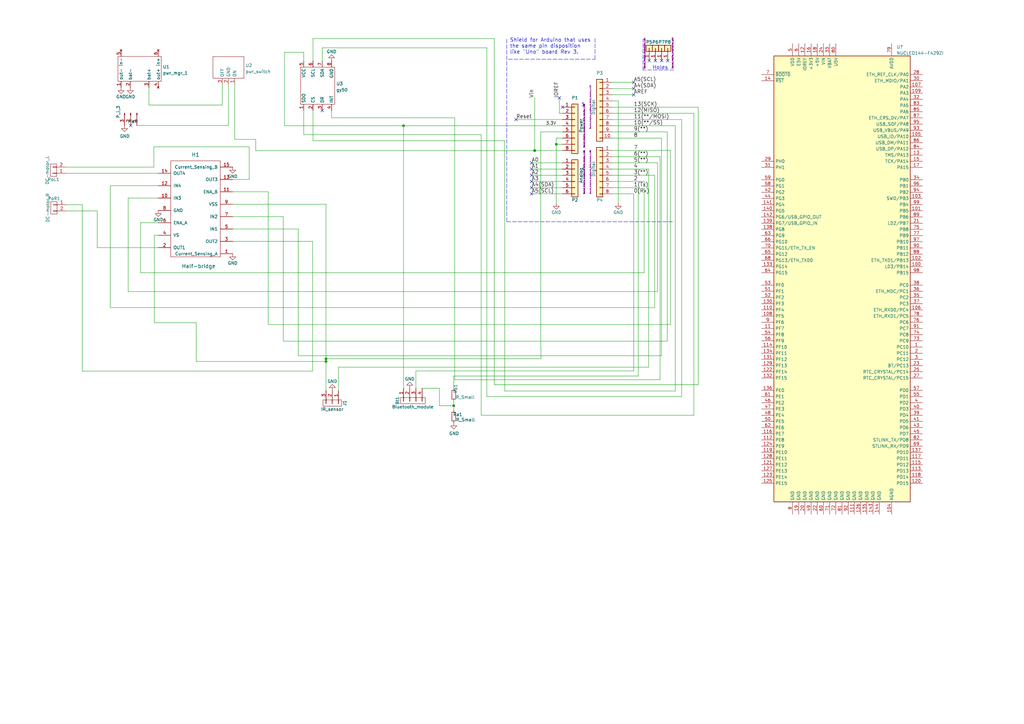
<source format=kicad_sch>
(kicad_sch (version 20211123) (generator eeschema)
  (paper "A3")
  (title_block (date "lun. 18 helm 2022"))
  (lib_symbols
    (symbol "Connector:Conn_01x03_Male" (pin_names (offset 1.016) hide)
      (property "Reference" "P_i_3" (at -4.7752 -3.9116 0))
      (property "Value" "PWR" (at 3.4544 3.048 90))
      (symbol "Conn_01x03_Male_1_1"
        (polyline (pts (xy 1.27 -2.54) (xy 0.8636 -2.54)) (stroke (width 0.1524)))
        (polyline (pts (xy 1.27 0) (xy 0.8636 0)) (stroke (width 0.1524)))
        (polyline (pts (xy 1.27 2.54) (xy 0.8636 2.54)) (stroke (width 0.1524)))
        (rectangle (start 0.8636 -2.413) (end 0 -2.667) (stroke (width 0.1524)) (fill (type outline)))
        (rectangle (start 0.8636 0.127) (end 0 -0.127) (stroke (width 0.1524)) (fill (type outline)))
        (rectangle (start 0.8636 2.667) (end 0 2.413) (stroke (width 0.1524)) (fill (type outline)))
        (pin passive line (at 5.08 2.54 180) (length 3.81) (name "Pin_1") (number "1"))
        (pin passive line (at 5.08 0 180) (length 3.81) (name "Pin_2") (number "2"))
        (pin bidirectional line (at 5.08 -2.54 180) (length 3.81) (name "Pin_3") (number "3"))
      )
    )
    (symbol "Connector_Generic:Conn_01x01" (pin_names (offset 1.016) hide)
      (property "Reference" "J" (at 0 2.54 0))
      (property "Value" "Conn_01x01" (at 0 -2.54 0))
      (symbol "Conn_01x01_1_1"
        (rectangle (start -1.27 0.127) (end 0 -0.127) (stroke (width 0.1524)))
        (rectangle (start -1.27 1.27) (end 1.27 -1.27) (stroke (width 0.254)) (fill (type background)))
        (pin passive line (at -5.08 0 0) (length 3.81) (name "Pin_1") (number "1"))
      )
    )
    (symbol "Connector_Generic:Conn_01x06" (pin_names (offset 1.016) hide)
      (property "Reference" "J" (at 0 7.62 0))
      (property "Value" "Conn_01x06" (at 0 -10.16 0))
      (symbol "Conn_01x06_1_1"
        (rectangle (start -1.27 -7.493) (end 0 -7.747) (stroke (width 0.1524)))
        (rectangle (start -1.27 -4.953) (end 0 -5.207) (stroke (width 0.1524)))
        (rectangle (start -1.27 -2.413) (end 0 -2.667) (stroke (width 0.1524)))
        (rectangle (start -1.27 0.127) (end 0 -0.127) (stroke (width 0.1524)))
        (rectangle (start -1.27 2.667) (end 0 2.413) (stroke (width 0.1524)))
        (rectangle (start -1.27 5.207) (end 0 4.953) (stroke (width 0.1524)))
        (rectangle (start -1.27 6.35) (end 1.27 -8.89) (stroke (width 0.254)) (fill (type background)))
        (pin passive line (at -5.08 5.08 0) (length 3.81) (name "Pin_1") (number "1"))
        (pin passive line (at -5.08 2.54 0) (length 3.81) (name "Pin_2") (number "2"))
        (pin passive line (at -5.08 0 0) (length 3.81) (name "Pin_3") (number "3"))
        (pin passive line (at -5.08 -2.54 0) (length 3.81) (name "Pin_4") (number "4"))
        (pin passive line (at -5.08 -5.08 0) (length 3.81) (name "Pin_5") (number "5"))
        (pin passive line (at -5.08 -7.62 0) (length 3.81) (name "Pin_6") (number "6"))
      )
    )
    (symbol "Connector_Generic:Conn_01x08" (pin_names (offset 1.016) hide)
      (property "Reference" "J" (at 0 10.16 0))
      (property "Value" "Conn_01x08" (at 0 -12.7 0))
      (symbol "Conn_01x08_1_1"
        (rectangle (start -1.27 -10.033) (end 0 -10.287) (stroke (width 0.1524)))
        (rectangle (start -1.27 -7.493) (end 0 -7.747) (stroke (width 0.1524)))
        (rectangle (start -1.27 -4.953) (end 0 -5.207) (stroke (width 0.1524)))
        (rectangle (start -1.27 -2.413) (end 0 -2.667) (stroke (width 0.1524)))
        (rectangle (start -1.27 0.127) (end 0 -0.127) (stroke (width 0.1524)))
        (rectangle (start -1.27 2.667) (end 0 2.413) (stroke (width 0.1524)))
        (rectangle (start -1.27 5.207) (end 0 4.953) (stroke (width 0.1524)))
        (rectangle (start -1.27 7.747) (end 0 7.493) (stroke (width 0.1524)))
        (rectangle (start -1.27 8.89) (end 1.27 -11.43) (stroke (width 0.254)) (fill (type background)))
        (pin passive line (at -5.08 7.62 0) (length 3.81) (name "Pin_1") (number "1"))
        (pin passive line (at -5.08 5.08 0) (length 3.81) (name "Pin_2") (number "2"))
        (pin passive line (at -5.08 2.54 0) (length 3.81) (name "Pin_3") (number "3"))
        (pin passive line (at -5.08 0 0) (length 3.81) (name "Pin_4") (number "4"))
        (pin passive line (at -5.08 -2.54 0) (length 3.81) (name "Pin_5") (number "5"))
        (pin passive line (at -5.08 -5.08 0) (length 3.81) (name "Pin_6") (number "6"))
        (pin passive line (at -5.08 -7.62 0) (length 3.81) (name "Pin_7") (number "7"))
        (pin passive line (at -5.08 -10.16 0) (length 3.81) (name "Pin_8") (number "8"))
      )
    )
    (symbol "Connector_Generic:Conn_01x10" (pin_names (offset 1.016) hide)
      (property "Reference" "J" (at 0 12.7 0))
      (property "Value" "Conn_01x10" (at 0 -15.24 0))
      (symbol "Conn_01x10_1_1"
        (rectangle (start -1.27 -12.573) (end 0 -12.827) (stroke (width 0.1524)))
        (rectangle (start -1.27 -10.033) (end 0 -10.287) (stroke (width 0.1524)))
        (rectangle (start -1.27 -7.493) (end 0 -7.747) (stroke (width 0.1524)))
        (rectangle (start -1.27 -4.953) (end 0 -5.207) (stroke (width 0.1524)))
        (rectangle (start -1.27 -2.413) (end 0 -2.667) (stroke (width 0.1524)))
        (rectangle (start -1.27 0.127) (end 0 -0.127) (stroke (width 0.1524)))
        (rectangle (start -1.27 2.667) (end 0 2.413) (stroke (width 0.1524)))
        (rectangle (start -1.27 5.207) (end 0 4.953) (stroke (width 0.1524)))
        (rectangle (start -1.27 7.747) (end 0 7.493) (stroke (width 0.1524)))
        (rectangle (start -1.27 10.287) (end 0 10.033) (stroke (width 0.1524)))
        (rectangle (start -1.27 11.43) (end 1.27 -13.97) (stroke (width 0.254)) (fill (type background)))
        (pin passive line (at -5.08 10.16 0) (length 3.81) (name "Pin_1") (number "1"))
        (pin passive line (at -5.08 -12.7 0) (length 3.81) (name "Pin_10") (number "10"))
        (pin passive line (at -5.08 7.62 0) (length 3.81) (name "Pin_2") (number "2"))
        (pin passive line (at -5.08 5.08 0) (length 3.81) (name "Pin_3") (number "3"))
        (pin passive line (at -5.08 2.54 0) (length 3.81) (name "Pin_4") (number "4"))
        (pin passive line (at -5.08 0 0) (length 3.81) (name "Pin_5") (number "5"))
        (pin passive line (at -5.08 -2.54 0) (length 3.81) (name "Pin_6") (number "6"))
        (pin passive line (at -5.08 -5.08 0) (length 3.81) (name "Pin_7") (number "7"))
        (pin passive line (at -5.08 -7.62 0) (length 3.81) (name "Pin_8") (number "8"))
        (pin passive line (at -5.08 -10.16 0) (length 3.81) (name "Pin_9") (number "9"))
      )
    )
    (symbol "MCU_Module:NUCLEO144-F429ZI"
      (property "Reference" "U" (at -22.86 94.615 0))
      (property "Value" "NUCLEO144-F429ZI" (at -22.86 92.71 0))
      (symbol "NUCLEO144-F429ZI_0_1"
        (rectangle (start -27.94 -91.44) (end 27.94 91.44) (stroke (width 0.254)) (fill (type background)))
      )
      (symbol "NUCLEO144-F429ZI_1_1"
        (pin bidirectional line (at 33.02 -27.94 180) (length 5.08) (name "PC10") (number "1"))
        (pin no_connect line (at -33.02 55.88 0) (length 5.08) hide (name "NC") (number "10"))
        (pin bidirectional line (at 33.02 5.08 180) (length 5.08) (name "LD3/PB14") (number "100"))
        (pin bidirectional line (at 33.02 27.94 180) (length 5.08) (name "PB5") (number "101"))
        (pin bidirectional line (at 33.02 7.62 180) (length 5.08) (name "ETH_TXD1/PB13") (number "102"))
        (pin bidirectional line (at 33.02 33.02 180) (length 5.08) (name "SWO/PB3") (number "103"))
        (pin power_in line (at 20.32 -96.52 90) (length 5.08) (name "AGND") (number "104"))
        (pin bidirectional line (at 33.02 58.42 180) (length 5.08) (name "USB_ID/PA10") (number "105"))
        (pin bidirectional line (at 33.02 -12.7 180) (length 5.08) (name "ETH_RXD0/PC4") (number "106"))
        (pin bidirectional line (at 33.02 78.74 180) (length 5.08) (name "PA2") (number "107"))
        (pin bidirectional line (at -33.02 -15.24 0) (length 5.08) (name "PF5") (number "108"))
        (pin bidirectional line (at 33.02 76.2 180) (length 5.08) (name "PA3") (number "109"))
        (pin bidirectional line (at -33.02 -20.32 0) (length 5.08) (name "PF7") (number "11"))
        (pin bidirectional line (at -33.02 -12.7 0) (length 5.08) (name "PF4") (number "110"))
        (pin power_in line (at 5.08 -96.52 90) (length 5.08) (name "GND") (number "111"))
        (pin bidirectional line (at -33.02 -66.04 0) (length 5.08) (name "PE8") (number "112"))
        (pin bidirectional line (at 33.02 -78.74 180) (length 5.08) (name "PD13") (number "113"))
        (pin bidirectional line (at -33.02 -27.94 0) (length 5.08) (name "PF10") (number "114"))
        (pin bidirectional line (at 33.02 -76.2 180) (length 5.08) (name "PD12") (number "115"))
        (pin bidirectional line (at -33.02 -63.5 0) (length 5.08) (name "PE7") (number "116"))
        (pin bidirectional line (at 33.02 -73.66 180) (length 5.08) (name "PD11") (number "117"))
        (pin bidirectional line (at 33.02 -81.28 180) (length 5.08) (name "PD14") (number "118"))
        (pin bidirectional line (at -33.02 -71.12 0) (length 5.08) (name "PE10") (number "119"))
        (pin power_in line (at -15.24 96.52 270) (length 5.08) (name "IOREF") (number "12"))
        (pin bidirectional line (at 33.02 -83.82 180) (length 5.08) (name "PD15") (number "120"))
        (pin bidirectional line (at -33.02 -76.2 0) (length 5.08) (name "PE12") (number "121"))
        (pin bidirectional line (at -33.02 -38.1 0) (length 5.08) (name "PF14") (number "122"))
        (pin bidirectional line (at -33.02 -81.28 0) (length 5.08) (name "PE14") (number "123"))
        (pin bidirectional line (at -33.02 -68.58 0) (length 5.08) (name "PE9") (number "124"))
        (pin bidirectional line (at -33.02 -83.82 0) (length 5.08) (name "PE15") (number "125"))
        (pin power_in line (at 7.62 -96.52 90) (length 5.08) (name "GND") (number "126"))
        (pin bidirectional line (at -33.02 -78.74 0) (length 5.08) (name "PE13") (number "127"))
        (pin bidirectional line (at -33.02 -73.66 0) (length 5.08) (name "PE11") (number "128"))
        (pin bidirectional line (at -33.02 -35.56 0) (length 5.08) (name "PF13") (number "129"))
        (pin bidirectional line (at 33.02 50.8 180) (length 5.08) (name "TMS/PA13") (number "13"))
        (pin bidirectional line (at -33.02 -10.16 0) (length 5.08) (name "PF3") (number "130"))
        (pin bidirectional line (at -33.02 -33.02 0) (length 5.08) (name "PF12") (number "131"))
        (pin bidirectional line (at -33.02 -40.64 0) (length 5.08) (name "PF15") (number "132"))
        (pin bidirectional line (at -33.02 5.08 0) (length 5.08) (name "PG14") (number "133"))
        (pin bidirectional line (at -33.02 -30.48 0) (length 5.08) (name "PF11") (number "134"))
        (pin power_in line (at 10.16 -96.52 90) (length 5.08) (name "GND") (number "135"))
        (pin bidirectional line (at -33.02 -45.72 0) (length 5.08) (name "PE0") (number "136"))
        (pin bidirectional line (at 33.02 -71.12 180) (length 5.08) (name "PD10") (number "137"))
        (pin bidirectional line (at -33.02 20.32 0) (length 5.08) (name "PG8") (number "138"))
        (pin bidirectional line (at -33.02 22.86 0) (length 5.08) (name "PG7/USB_GPIO_IN") (number "139"))
        (pin input line (at -33.02 81.28 0) (length 5.08) (name "~{RST}") (number "14"))
        (pin bidirectional line (at -33.02 27.94 0) (length 5.08) (name "PG5") (number "140"))
        (pin bidirectional line (at -33.02 30.48 0) (length 5.08) (name "PG4") (number "141"))
        (pin bidirectional line (at -33.02 25.4 0) (length 5.08) (name "PG6/USB_GPIO_OUT") (number "142"))
        (pin power_in line (at 12.7 -96.52 90) (length 5.08) (name "GND") (number "143"))
        (pin power_in line (at 15.24 -96.52 90) (length 5.08) (name "GND") (number "144"))
        (pin bidirectional line (at 33.02 48.26 180) (length 5.08) (name "TCK/PA14") (number "15"))
        (pin power_in line (at -12.7 96.52 270) (length 5.08) (name "+3V3") (number "16"))
        (pin bidirectional line (at 33.02 45.72 180) (length 5.08) (name "PA15") (number "17"))
        (pin power_in line (at -10.16 96.52 270) (length 5.08) (name "+5V") (number "18"))
        (pin power_in line (at -17.78 -96.52 90) (length 5.08) (name "GND") (number "19"))
        (pin bidirectional line (at 33.02 -30.48 180) (length 5.08) (name "PC11") (number "2"))
        (pin power_in line (at -15.24 -96.52 90) (length 5.08) (name "GND") (number "20"))
        (pin bidirectional line (at 33.02 22.86 180) (length 5.08) (name "LD2/PB7") (number "21"))
        (pin power_in line (at -10.16 -96.52 90) (length 5.08) (name "GND") (number "22"))
        (pin bidirectional line (at 33.02 -35.56 180) (length 5.08) (name "BT/PC13") (number "23"))
        (pin power_in line (at -7.62 96.52 270) (length 5.08) (name "VIN") (number "24"))
        (pin bidirectional line (at 33.02 -38.1 180) (length 5.08) (name "RTC_CRYSTAL/PC14") (number "25"))
        (pin no_connect line (at -33.02 58.42 0) (length 5.08) hide (name "NC") (number "26"))
        (pin bidirectional line (at 33.02 -40.64 180) (length 5.08) (name "RTC_CRYSTAL/PC15") (number "27"))
        (pin bidirectional line (at 33.02 83.82 180) (length 5.08) (name "ETH_REF_CLK/PA0") (number "28"))
        (pin bidirectional line (at -33.02 48.26 0) (length 5.08) (name "PH0") (number "29"))
        (pin bidirectional line (at 33.02 -33.02 180) (length 5.08) (name "PC12") (number "3"))
        (pin bidirectional line (at 33.02 81.28 180) (length 5.08) (name "ETH_MDIO/PA1") (number "30"))
        (pin bidirectional line (at -33.02 45.72 0) (length 5.08) (name "PH1") (number "31"))
        (pin bidirectional line (at 33.02 73.66 180) (length 5.08) (name "PA4") (number "32"))
        (pin power_in line (at -5.08 96.52 270) (length 5.08) (name "VBAT") (number "33"))
        (pin bidirectional line (at 33.02 40.64 180) (length 5.08) (name "PB0") (number "34"))
        (pin bidirectional line (at 33.02 -7.62 180) (length 5.08) (name "PC2") (number "35"))
        (pin bidirectional line (at 33.02 -5.08 180) (length 5.08) (name "ETH_MDC/PC1") (number "36"))
        (pin bidirectional line (at 33.02 -10.16 180) (length 5.08) (name "PC3") (number "37"))
        (pin bidirectional line (at 33.02 -2.54 180) (length 5.08) (name "PC0") (number "38"))
        (pin bidirectional line (at 33.02 -55.88 180) (length 5.08) (name "PD4") (number "39"))
        (pin bidirectional line (at 33.02 -50.8 180) (length 5.08) (name "PD2") (number "4"))
        (pin bidirectional line (at 33.02 -53.34 180) (length 5.08) (name "PD3") (number "40"))
        (pin bidirectional line (at 33.02 -58.42 180) (length 5.08) (name "PD5") (number "41"))
        (pin bidirectional line (at -33.02 35.56 0) (length 5.08) (name "PG2") (number "42"))
        (pin bidirectional line (at 33.02 -60.96 180) (length 5.08) (name "PD6") (number "43"))
        (pin bidirectional line (at -33.02 33.02 0) (length 5.08) (name "PG3") (number "44"))
        (pin bidirectional line (at 33.02 -63.5 180) (length 5.08) (name "PD7") (number "45"))
        (pin bidirectional line (at -33.02 -50.8 0) (length 5.08) (name "PE2") (number "46"))
        (pin bidirectional line (at -33.02 -53.34 0) (length 5.08) (name "PE3") (number "47"))
        (pin bidirectional line (at -33.02 -55.88 0) (length 5.08) (name "PE4") (number "48"))
        (pin power_in line (at -12.7 -96.52 90) (length 5.08) (name "GND") (number "49"))
        (pin power_in line (at -20.32 96.52 270) (length 5.08) (name "VDD") (number "5"))
        (pin bidirectional line (at -33.02 -58.42 0) (length 5.08) (name "PE5") (number "50"))
        (pin bidirectional line (at -33.02 -5.08 0) (length 5.08) (name "PF1") (number "51"))
        (pin bidirectional line (at -33.02 -7.62 0) (length 5.08) (name "PF2") (number "52"))
        (pin bidirectional line (at -33.02 -2.54 0) (length 5.08) (name "PF0") (number "53"))
        (pin bidirectional line (at -33.02 -22.86 0) (length 5.08) (name "PF8") (number "54"))
        (pin bidirectional line (at 33.02 -48.26 180) (length 5.08) (name "PD1") (number "55"))
        (pin bidirectional line (at -33.02 -25.4 0) (length 5.08) (name "PF9") (number "56"))
        (pin bidirectional line (at 33.02 -45.72 180) (length 5.08) (name "PD0") (number "57"))
        (pin bidirectional line (at -33.02 38.1 0) (length 5.08) (name "PG1") (number "58"))
        (pin bidirectional line (at -33.02 40.64 0) (length 5.08) (name "PG0") (number "59"))
        (pin power_in line (at -17.78 96.52 270) (length 5.08) (name "E5V") (number "6"))
        (pin power_in line (at -7.62 -96.52 90) (length 5.08) (name "GND") (number "60"))
        (pin bidirectional line (at -33.02 -48.26 0) (length 5.08) (name "PE1") (number "61"))
        (pin bidirectional line (at -33.02 -60.96 0) (length 5.08) (name "PE6") (number "62"))
        (pin bidirectional line (at -33.02 17.78 0) (length 5.08) (name "PG9") (number "63"))
        (pin bidirectional line (at -33.02 2.54 0) (length 5.08) (name "PG15") (number "64"))
        (pin bidirectional line (at -33.02 10.16 0) (length 5.08) (name "PG12") (number "65"))
        (pin bidirectional line (at -33.02 15.24 0) (length 5.08) (name "PG10") (number "66"))
        (pin no_connect line (at -33.02 53.34 0) (length 5.08) hide (name "NC") (number "67"))
        (pin bidirectional line (at -33.02 7.62 0) (length 5.08) (name "PG13/ETH_TXD0") (number "68"))
        (pin bidirectional line (at 33.02 -68.58 180) (length 5.08) (name "STLINK_RX/PD9") (number "69"))
        (pin input line (at -33.02 83.82 0) (length 5.08) (name "~{BOOT0}") (number "7"))
        (pin bidirectional line (at -33.02 12.7 0) (length 5.08) (name "PG11/ETH_TX_EN") (number "70"))
        (pin power_in line (at -5.08 -96.52 90) (length 5.08) (name "GND") (number "71"))
        (pin power_in line (at -2.54 -96.52 90) (length 5.08) (name "GND") (number "72"))
        (pin bidirectional line (at 33.02 -25.4 180) (length 5.08) (name "PC9") (number "73"))
        (pin bidirectional line (at 33.02 -22.86 180) (length 5.08) (name "PC8") (number "74"))
        (pin bidirectional line (at 33.02 20.32 180) (length 5.08) (name "PB8") (number "75"))
        (pin bidirectional line (at 33.02 -17.78 180) (length 5.08) (name "PC6") (number "76"))
        (pin bidirectional line (at 33.02 17.78 180) (length 5.08) (name "PB9") (number "77"))
        (pin bidirectional line (at 33.02 -15.24 180) (length 5.08) (name "ETH_RXD1/PC5") (number "78"))
        (pin power_in line (at 20.32 96.52 270) (length 5.08) (name "AVDD") (number "79"))
        (pin power_in line (at -20.32 -96.52 90) (length 5.08) (name "GND") (number "8"))
        (pin power_in line (at -2.54 96.52 270) (length 5.08) (name "U5V") (number "80"))
        (pin power_in line (at 0 -96.52 90) (length 5.08) (name "GND") (number "81"))
        (pin bidirectional line (at 33.02 -66.04 180) (length 5.08) (name "STLINK_TX/PD8") (number "82"))
        (pin bidirectional line (at 33.02 71.12 180) (length 5.08) (name "PA5") (number "83"))
        (pin bidirectional line (at 33.02 53.34 180) (length 5.08) (name "USB_DP/PA12") (number "84"))
        (pin bidirectional line (at 33.02 68.58 180) (length 5.08) (name "PA6") (number "85"))
        (pin bidirectional line (at 33.02 55.88 180) (length 5.08) (name "USB_DM/PA11") (number "86"))
        (pin bidirectional line (at 33.02 66.04 180) (length 5.08) (name "ETH_CRS_DV/PA7") (number "87"))
        (pin bidirectional line (at 33.02 10.16 180) (length 5.08) (name "PB12") (number "88"))
        (pin bidirectional line (at 33.02 25.4 180) (length 5.08) (name "PB6") (number "89"))
        (pin bidirectional line (at -33.02 -17.78 0) (length 5.08) (name "PF6") (number "9"))
        (pin bidirectional line (at 33.02 12.7 180) (length 5.08) (name "PB11") (number "90"))
        (pin bidirectional line (at 33.02 -20.32 180) (length 5.08) (name "PC7") (number "91"))
        (pin power_in line (at 2.54 -96.52 90) (length 5.08) (name "GND") (number "92"))
        (pin bidirectional line (at 33.02 60.96 180) (length 5.08) (name "USB_VBUS/PA9") (number "93"))
        (pin bidirectional line (at 33.02 35.56 180) (length 5.08) (name "PB2") (number "94"))
        (pin bidirectional line (at 33.02 63.5 180) (length 5.08) (name "USB_SOF/PA8") (number "95"))
        (pin bidirectional line (at 33.02 38.1 180) (length 5.08) (name "PB1") (number "96"))
        (pin bidirectional line (at 33.02 15.24 180) (length 5.08) (name "PB10") (number "97"))
        (pin bidirectional line (at 33.02 2.54 180) (length 5.08) (name "PB15") (number "98"))
        (pin bidirectional line (at 33.02 30.48 180) (length 5.08) (name "PB4") (number "99"))
      )
    )
    (symbol "ardu_auto2_0-rescue:CONN_01X02-Arduino_shield-rescue" (pin_names (offset 1.016) hide)
      (property "Reference" "J" (at 0 3.81 0))
      (property "Value" "CONN_01X02-Arduino_shield-rescue" (at 2.54 0 90))
      (symbol "CONN_01X02-Arduino_shield-rescue_0_1"
        (rectangle (start -1.27 -1.143) (end 0.254 -1.397))
        (rectangle (start -1.27 1.397) (end 0.254 1.143))
        (rectangle (start -1.27 2.54) (end 1.27 -2.54))
      )
      (symbol "CONN_01X02-Arduino_shield-rescue_1_1"
        (pin passive line (at -5.08 1.27 0) (length 3.81) (name "P1") (number "1"))
        (pin passive line (at -5.08 -1.27 0) (length 3.81) (name "P2") (number "2"))
      )
    )
    (symbol "ardu_auto2_0-rescue:CONN_01X03-Arduino_shield-rescue" (pin_names (offset 1.016) hide)
      (property "Reference" "J" (at 0 5.08 0))
      (property "Value" "CONN_01X03-Arduino_shield-rescue" (at 2.54 0 90))
      (symbol "CONN_01X03-Arduino_shield-rescue_0_1"
        (rectangle (start -1.27 -2.413) (end 0.254 -2.667))
        (rectangle (start -1.27 0.127) (end 0.254 -0.127))
        (rectangle (start -1.27 2.667) (end 0.254 2.413))
        (rectangle (start -1.27 3.81) (end 1.27 -3.81))
      )
      (symbol "CONN_01X03-Arduino_shield-rescue_1_1"
        (pin passive line (at -5.08 2.54 0) (length 3.81) (name "P1") (number "1"))
        (pin passive line (at -5.08 0 0) (length 3.81) (name "P2") (number "2"))
        (pin passive line (at -5.08 -2.54 0) (length 3.81) (name "P3") (number "3"))
      )
    )
    (symbol "ardu_auto2_0-rescue:CONN_01X04-Arduino_shield-rescue" (pin_names (offset 1.016) hide)
      (property "Reference" "J" (at 0 6.35 0))
      (property "Value" "CONN_01X04-Arduino_shield-rescue" (at 2.54 0 90))
      (symbol "CONN_01X04-Arduino_shield-rescue_0_1"
        (rectangle (start -1.27 -3.683) (end 0.254 -3.937))
        (rectangle (start -1.27 -1.143) (end 0.254 -1.397))
        (rectangle (start -1.27 1.397) (end 0.254 1.143))
        (rectangle (start -1.27 3.937) (end 0.254 3.683))
        (rectangle (start -1.27 5.08) (end 1.27 -5.08))
      )
      (symbol "CONN_01X04-Arduino_shield-rescue_1_1"
        (pin passive line (at -5.08 3.81 0) (length 3.81) (name "P1") (number "1"))
        (pin passive line (at -5.08 1.27 0) (length 3.81) (name "P2") (number "2"))
        (pin passive line (at -5.08 -1.27 0) (length 3.81) (name "P3") (number "3"))
        (pin passive line (at -5.08 -3.81 0) (length 3.81) (name "P4") (number "4"))
      )
    )
    (symbol "ardu_auto2_0-rescue:GND-Arduino_shield-rescue" (power) (pin_names (offset 0))
      (property "Value" "GND-Arduino_shield-rescue" (at 0 -3.81 0))
      (symbol "GND-Arduino_shield-rescue_0_1"
        (polyline (pts (xy 0 0) (xy 0 -1.27) (xy 1.27 -1.27) (xy 0 -2.54) (xy -1.27 -1.27) (xy 0 -1.27)))
      )
      (symbol "GND-Arduino_shield-rescue_1_1"
        (pin power_in line (at 0 0 270) (length 0) hide (name "GND") (number "1"))
      )
    )
    (symbol "ardu_auto2_0-rescue:Half-bridge-Arduino_shield-rescue" (pin_names (offset 1.016))
      (property "Reference" "U" (at -15.24 40.64 0))
      (property "Value" "Half-bridge-Arduino_shield-rescue" (at -13.97 -5.08 0))
      (symbol "Half-bridge-Arduino_shield-rescue_0_1"
        (rectangle (start -25.4 38.1) (end -5.08 -1.27))
      )
      (symbol "Half-bridge-Arduino_shield-rescue_1_1"
        (pin input line (at 0 0 180) (length 5.08) (name "Current_Sensing_A") (number "1"))
        (pin input line (at -30.48 22.86 0) (length 5.08) (name "IN3") (number "10"))
        (pin input line (at 0 25.4 180) (length 5.08) (name "ENA_B") (number "11"))
        (pin input line (at -30.48 27.94 0) (length 5.08) (name "IN4") (number "12"))
        (pin input line (at 0 30.48 180) (length 5.08) (name "OUT3") (number "13"))
        (pin input line (at -30.48 33.02 0) (length 5.08) (name "OUT4") (number "14"))
        (pin input line (at 0 35.56 180) (length 5.08) (name "Current_Sensing_B") (number "15"))
        (pin input line (at -30.48 2.54 0) (length 5.08) (name "OUT1") (number "2"))
        (pin input line (at 0 5.08 180) (length 5.08) (name "OUT2") (number "3"))
        (pin input line (at -30.48 7.62 0) (length 5.08) (name "VS") (number "4"))
        (pin input line (at 0 10.16 180) (length 5.08) (name "IN1") (number "5"))
        (pin input line (at -30.48 12.7 0) (length 5.08) (name "ENA_A") (number "6"))
        (pin input line (at 0 15.24 180) (length 5.08) (name "IN2") (number "7"))
        (pin input line (at -30.48 17.78 0) (length 5.08) (name "GND") (number "8"))
        (pin input line (at 0 20.32 180) (length 5.08) (name "VSS") (number "9"))
      )
    )
    (symbol "ardu_auto2_0-rescue:R_Small-Arduino_shield-rescue" (pin_numbers hide) (pin_names (offset 0.254) hide)
      (property "Reference" "R" (at 0.762 0.508 0))
      (property "Value" "R_Small-Arduino_shield-rescue" (at 0.762 -1.016 0))
      (symbol "R_Small-Arduino_shield-rescue_0_1"
        (rectangle (start -0.762 1.778) (end 0.762 -1.778) (stroke (width 0.2032)))
      )
      (symbol "R_Small-Arduino_shield-rescue_1_1"
        (pin passive line (at 0 2.54 270) (length 0.762) (name "~") (number "1"))
        (pin passive line (at 0 -2.54 90) (length 0.762) (name "~") (number "2"))
      )
    )
    (symbol "power:GND" (power) (pin_names (offset 0))
      (property "Value" "GND" (at 0 -3.81 0))
      (symbol "GND_0_1"
        (polyline (pts (xy 0 0) (xy 0 -1.27) (xy 1.27 -1.27) (xy 0 -2.54) (xy -1.27 -1.27) (xy 0 -1.27)))
      )
      (symbol "GND_1_1"
        (pin power_in line (at 0 0 270) (length 0) hide (name "GND") (number "1"))
      )
    )
    (symbol "pwr_mgr:gy50"
      (property "Reference" "U3" (at 13.335 10.9947 0))
      (property "Value" "gy50" (at 13.335 8.4578 0))
      (symbol "gy50_0_1"
        (rectangle (start -1.27 17.78) (end 12.7 2.54))
      )
      (symbol "gy50_1_1"
        (pin output line (at 0 0 90) (length 2.54) (name "SDO") (number "1"))
        (pin output line (at 3.81 0 90) (length 2.54) (name "CS") (number "2"))
        (pin output line (at 7.62 0 90) (length 2.54) (name "DR") (number "3"))
        (pin output line (at 11.43 0 90) (length 2.54) (name "INT") (number "4"))
        (pin input line (at 0 20.32 270) (length 2.54) (name "VCC") (number "5"))
        (pin input line (at 3.81 20.32 270) (length 2.54) (name "SCL") (number "6"))
        (pin bidirectional line (at 7.62 20.32 270) (length 2.54) (name "SDA") (number "7"))
        (pin bidirectional line (at 11.43 20.32 270) (length 2.54) (name "GND") (number "8"))
      )
    )
    (symbol "pwr_mgr:pwr_mgr_1"
      (property "Reference" "U1" (at 17.145 8.4547 0))
      (property "Value" "pwr_mgr_1" (at 17.145 5.9178 0))
      (symbol "pwr_mgr_1_0_1"
        (rectangle (start -1.27 12.7) (end 16.51 2.54))
      )
      (symbol "pwr_mgr_1_1_1"
        (pin bidirectional line (at 0 0 90) (length 2.54) (name "out-") (number "1"))
        (pin power_out line (at 3.81 0 90) (length 2.54) (name "bat-") (number "2"))
        (pin output line (at 11.43 0 90) (length 2.54) (name "bat+") (number "3"))
        (pin no_connect line (at 15.24 0 90) (length 2.54) (name "out+") (number "4"))
        (pin no_connect line (at 0 15.24 270) (length 2.54) (name "in-") (number "5"))
        (pin no_connect line (at 15.24 15.24 270) (length 2.54) (name "in+") (number "6"))
      )
    )
    (symbol "pwr_mgr:pwr_switch"
      (property "Reference" "U" (at 0 -10.16 0))
      (property "Value" "pwr_switch" (at 0 -7.62 0))
      (symbol "pwr_switch_0_1"
        (rectangle (start -6.35 -2.54) (end 6.35 -11.43))
      )
      (symbol "pwr_switch_1_1"
        (pin input line (at -2.54 0 270) (length 2.54) (name "ON") (number "1"))
        (pin input line (at 0 0 270) (length 2.54) (name "GND") (number "2"))
        (pin input line (at 2.54 0 270) (length 2.54) (name "OFF") (number "3"))
      )
    )
  )
  (junction (at 219.2782 61.7728))
  (junction (at 165.5064 51.562))
  (junction (at 228.1682 59.182))
  (junction (at 133.7056 148.2598))
  (junction (at 219.2782 61.722))
  (junction (at 133.7056 147.1676))
  (junction (at 186.1058 166.3954))
  (no_connect (at 211.6582 49.022))
  (no_connect (at 271.3482 24.892))
  (no_connect (at 273.8882 24.892))
  (no_connect (at 266.2682 24.892))
  (no_connect (at 259.9182 38.862))
  (no_connect (at 218.0082 66.802))
  (no_connect (at 218.0082 76.962))
  (no_connect (at 230.7082 43.942))
  (no_connect (at 132.1816 45.3136))
  (no_connect (at 259.9182 36.322))
  (no_connect (at 218.0082 69.342))
  (no_connect (at 259.9182 33.782))
  (no_connect (at 229.4382 40.132))
  (no_connect (at 268.8082 24.892))
  (no_connect (at 218.0082 71.882))
  (no_connect (at 218.0082 79.502))
  (no_connect (at 218.0082 74.422))
  (no_connect (at 53.594 51.4604))
  (wire (pts (xy 230.7082 79.502) (xy 218.0082 79.502)))
  (wire (pts (xy 91.1606 43.0784) (xy 61.087 43.0784)))
  (wire (pts (xy 251.0282 66.802) (xy 269.7226 66.802)))
  (wire (pts (xy 27.0256 71.0692) (xy 64.9478 71.0692)))
  (wire (pts (xy 230.7082 66.802) (xy 218.0082 66.802)))
  (wire (pts (xy 91.1606 34.6456) (xy 91.1606 43.0784)))
  (wire (pts (xy 52.5526 119.5832) (xy 269.7226 119.5832)))
  (wire (pts (xy 64.9478 101.5492) (xy 39.8526 101.5492)))
  (wire (pts (xy 219.2782 61.722) (xy 219.2782 61.7728)))
  (wire (pts (xy 116.6876 51.562) (xy 116.6876 21.463)))
  (wire (pts (xy 104.902 61.7728) (xy 219.2782 61.7728)))
  (wire (pts (xy 96.2406 57.1754) (xy 104.902 57.1754)))
  (wire (pts (xy 276.987 51.562) (xy 276.987 160.3756)))
  (wire (pts (xy 253.5682 41.402) (xy 253.5682 83.312)))
  (wire (pts (xy 261.7978 154.2288) (xy 186.1058 154.2288)))
  (wire (pts (xy 132.1816 19.6342) (xy 132.1816 24.9936)))
  (wire (pts (xy 116.6876 21.463) (xy 124.5616 21.463)))
  (wire (pts (xy 271.2974 56.642) (xy 271.2974 145.8976)))
  (wire (pts (xy 138.811 150.5712) (xy 266.0142 150.5712)))
  (wire (pts (xy 230.7082 76.962) (xy 218.0082 76.962)))
  (wire (pts (xy 228.1682 59.182) (xy 228.1682 83.312)))
  (wire (pts (xy 128.3716 57.7596) (xy 128.3716 45.3136)))
  (wire (pts (xy 52.5526 119.5832) (xy 52.5526 81.2292)))
  (wire (pts (xy 116.1542 139.9032) (xy 273.685 139.9032)))
  (wire (pts (xy 279.5778 49.022) (xy 279.5778 162.6362)))
  (wire (pts (xy 251.0282 43.942) (xy 286.385 43.942)))
  (wire (pts (xy 230.7082 56.642) (xy 228.1682 56.642)))
  (wire (pts (xy 80.4926 132.3848) (xy 80.4926 148.2598)))
  (wire (pts (xy 128.1938 99.0092) (xy 128.1938 152.1968)))
  (wire (pts (xy 251.0282 33.782) (xy 259.9182 33.782)))
  (wire (pts (xy 229.4382 46.482) (xy 230.7082 46.482)))
  (wire (pts (xy 261.7978 76.962) (xy 261.7978 154.2288)))
  (wire (pts (xy 170.5864 152.146) (xy 259.9182 152.146)))
  (wire (pts (xy 173.1264 159.2326) (xy 180.2384 159.2326)))
  (wire (pts (xy 251.0282 46.482) (xy 284.607 46.482)))
  (wire (pts (xy 270.7132 64.262) (xy 270.7132 155.7528)))
  (wire (pts (xy 228.1682 56.642) (xy 228.1682 59.182)))
  (wire (pts (xy 33.7312 83.9724) (xy 33.7312 152.1968)))
  (polyline (pts (xy 207.8482 16.002) (xy 207.8482 90.932)))
  (wire (pts (xy 109.982 133.096) (xy 274.9804 133.096)))
  (wire (pts (xy 186.1058 166.3954) (xy 180.2384 166.3954)))
  (wire (pts (xy 202.7174 15.7988) (xy 128.3716 15.7988)))
  (polyline (pts (xy 276.4282 28.702) (xy 263.7282 28.702)))
  (wire (pts (xy 124.5616 21.463) (xy 124.5616 24.9936)))
  (wire (pts (xy 186.4614 155.7528) (xy 186.4614 48.3362)))
  (wire (pts (xy 230.7082 69.342) (xy 218.0082 69.342)))
  (wire (pts (xy 197.3326 170.307) (xy 197.3326 55.1942)))
  (wire (pts (xy 284.607 46.482) (xy 284.607 170.307)))
  (wire (pts (xy 95.4278 99.0092) (xy 128.1938 99.0092)))
  (wire (pts (xy 63.3222 132.3848) (xy 80.4926 132.3848)))
  (wire (pts (xy 109.982 78.6892) (xy 95.4278 78.6892)))
  (wire (pts (xy 133.7056 147.1676) (xy 133.7056 148.2598)))
  (wire (pts (xy 57.6326 91.3892) (xy 64.9478 91.3892)))
  (wire (pts (xy 251.0282 49.022) (xy 279.5778 49.022)))
  (wire (pts (xy 251.0282 36.322) (xy 259.9182 36.322)))
  (wire (pts (xy 133.7056 83.7692) (xy 133.7056 147.1676)))
  (wire (pts (xy 229.4382 40.132) (xy 229.4382 46.482)))
  (wire (pts (xy 186.1058 166.3954) (xy 186.1058 168.3258)))
  (wire (pts (xy 230.7082 49.022) (xy 211.6582 49.022)))
  (wire (pts (xy 230.7082 61.722) (xy 219.2782 61.722)))
  (wire (pts (xy 180.2384 166.3954) (xy 180.2384 159.2326)))
  (wire (pts (xy 96.2406 34.6456) (xy 96.2406 57.1754)))
  (wire (pts (xy 251.0282 41.402) (xy 253.5682 41.402)))
  (wire (pts (xy 52.5526 81.2292) (xy 64.9478 81.2292)))
  (wire (pts (xy 63.3222 96.4692) (xy 63.3222 132.3848)))
  (wire (pts (xy 251.0282 51.562) (xy 276.987 51.562)))
  (wire (pts (xy 264.1854 74.422) (xy 264.1854 111.8616)))
  (polyline (pts (xy 207.8482 90.932) (xy 276.4282 90.932)))
  (wire (pts (xy 95.4278 83.7692) (xy 133.7056 83.7692)))
  (wire (pts (xy 271.2974 145.8976) (xy 122.3518 145.8976)))
  (wire (pts (xy 133.7056 160.2232) (xy 133.731 160.2232)))
  (wire (pts (xy 230.7082 59.182) (xy 228.1682 59.182)))
  (wire (pts (xy 268.4526 61.6966) (xy 274.9804 61.6966)))
  (wire (pts (xy 133.7056 148.2598) (xy 133.7056 160.2232)))
  (wire (pts (xy 116.1542 88.8492) (xy 95.4278 88.8492)))
  (wire (pts (xy 122.3518 93.9292) (xy 122.3518 145.8976)))
  (wire (pts (xy 219.2782 61.722) (xy 219.2782 40.132)))
  (wire (pts (xy 186.1058 164.4396) (xy 186.1058 166.3954)))
  (wire (pts (xy 266.0142 150.5712) (xy 266.0142 69.342)))
  (wire (pts (xy 165.5064 51.562) (xy 230.7082 51.562)))
  (wire (pts (xy 274.9804 61.6966) (xy 274.9804 133.096)))
  (wire (pts (xy 286.385 157.8102) (xy 202.7174 157.8102)))
  (wire (pts (xy 93.7006 51.4604) (xy 93.7006 34.6456)))
  (wire (pts (xy 230.7082 54.102) (xy 221.8182 54.102)))
  (wire (pts (xy 109.982 133.096) (xy 109.982 78.6892)))
  (wire (pts (xy 116.6876 51.562) (xy 165.5064 51.562)))
  (wire (pts (xy 259.9182 152.146) (xy 259.9182 79.502)))
  (wire (pts (xy 279.5778 162.6362) (xy 199.6948 162.6362)))
  (wire (pts (xy 251.0282 79.502) (xy 259.9182 79.502)))
  (wire (pts (xy 135.9916 48.3362) (xy 135.9916 45.3136)))
  (wire (pts (xy 251.0282 54.102) (xy 273.685 54.102)))
  (wire (pts (xy 133.7056 147.1676) (xy 221.869 147.1676)))
  (wire (pts (xy 170.5864 159.2326) (xy 170.5864 152.146)))
  (wire (pts (xy 33.7312 152.1968) (xy 128.1938 152.1968)))
  (wire (pts (xy 56.134 51.4604) (xy 93.7006 51.4604)))
  (wire (pts (xy 251.0282 74.422) (xy 264.1854 74.422)))
  (wire (pts (xy 116.1542 139.9032) (xy 116.1542 88.8492)))
  (wire (pts (xy 165.5064 51.562) (xy 165.5064 159.2326)))
  (wire (pts (xy 270.7132 155.7528) (xy 186.4614 155.7528)))
  (wire (pts (xy 102.1842 60.2488) (xy 63.119 60.2488)))
  (wire (pts (xy 276.987 160.3756) (xy 206.9846 160.3756)))
  (polyline (pts (xy 263.7282 28.702) (xy 263.7282 16.002)))
  (wire (pts (xy 251.0282 56.642) (xy 271.2974 56.642)))
  (wire (pts (xy 136.271 160.2232) (xy 136.2964 160.2232)))
  (wire (pts (xy 45.2374 126.1364) (xy 268.478 126.1364)))
  (wire (pts (xy 45.2374 126.1364) (xy 45.2374 76.1492)))
  (wire (pts (xy 186.4614 48.3362) (xy 135.9916 48.3362)))
  (wire (pts (xy 199.6948 19.6342) (xy 132.1816 19.6342)))
  (wire (pts (xy 128.3716 15.7988) (xy 128.3716 24.9936)))
  (wire (pts (xy 199.6948 162.6362) (xy 199.6948 19.6342)))
  (wire (pts (xy 124.5616 55.1942) (xy 124.5616 45.3136)))
  (wire (pts (xy 251.0282 38.862) (xy 259.9182 38.862)))
  (wire (pts (xy 269.7226 66.802) (xy 269.7226 119.5832)))
  (wire (pts (xy 138.811 150.5712) (xy 138.811 160.2232)))
  (wire (pts (xy 251.0282 71.882) (xy 268.478 71.882)))
  (wire (pts (xy 221.869 147.1676) (xy 221.869 142.8496)))
  (wire (pts (xy 221.8182 142.8496) (xy 221.869 142.8496)))
  (polyline (pts (xy 244.0432 24.257) (xy 244.0432 15.367)))
  (wire (pts (xy 251.0282 64.262) (xy 270.7132 64.262)))
  (wire (pts (xy 122.3518 93.9292) (xy 95.4278 93.9292)))
  (wire (pts (xy 27.2034 86.5124) (xy 39.8526 86.5124)))
  (wire (pts (xy 230.7082 71.882) (xy 218.0082 71.882)))
  (wire (pts (xy 102.1842 73.6092) (xy 102.1842 60.2488)))
  (wire (pts (xy 45.2374 76.1492) (xy 64.9478 76.1492)))
  (wire (pts (xy 251.0282 76.962) (xy 261.7978 76.962)))
  (wire (pts (xy 57.6326 111.8616) (xy 264.1854 111.8616)))
  (wire (pts (xy 104.902 57.1754) (xy 104.902 61.7728)))
  (polyline (pts (xy 208.4832 24.257) (xy 244.0432 24.257)))
  (wire (pts (xy 61.087 35.8648) (xy 61.087 43.0784)))
  (wire (pts (xy 273.685 54.102) (xy 273.685 139.9032)))
  (wire (pts (xy 197.3326 55.1942) (xy 124.5616 55.1942)))
  (wire (pts (xy 284.607 170.307) (xy 197.3326 170.307)))
  (wire (pts (xy 251.0282 61.722) (xy 268.4526 61.722)))
  (wire (pts (xy 39.8526 101.5492) (xy 39.8526 86.5124)))
  (wire (pts (xy 268.4526 61.722) (xy 268.4526 61.6966)))
  (wire (pts (xy 268.478 71.882) (xy 268.478 126.1364)))
  (wire (pts (xy 63.3222 96.4692) (xy 64.9478 96.4692)))
  (wire (pts (xy 251.0282 69.342) (xy 266.0142 69.342)))
  (wire (pts (xy 95.4278 73.6092) (xy 102.1842 73.6092)))
  (wire (pts (xy 286.385 43.942) (xy 286.385 157.8102)))
  (wire (pts (xy 206.9846 57.7596) (xy 128.3716 57.7596)))
  (wire (pts (xy 202.7174 157.8102) (xy 202.7174 15.7988)))
  (wire (pts (xy 221.8182 142.8496) (xy 221.8182 54.102)))
  (wire (pts (xy 186.1058 159.3596) (xy 186.1058 154.2288)))
  (wire (pts (xy 63.119 60.2488) (xy 63.119 68.5292)))
  (wire (pts (xy 230.7082 74.422) (xy 218.0082 74.422)))
  (wire (pts (xy 133.7056 148.2598) (xy 80.4926 148.2598)))
  (wire (pts (xy 27.2034 83.9724) (xy 33.7312 83.9724)))
  (wire (pts (xy 57.6326 91.3892) (xy 57.6326 111.8616)))
  (wire (pts (xy 27.0256 68.5292) (xy 63.119 68.5292)))
  (wire (pts (xy 206.9846 160.3756) (xy 206.9846 57.7596)))
  (text "Shield for Arduino that uses\nthe same pin disposition\nlike \"Uno\" board Rev 3." (at 209.1182 22.352 0) (effects (font (size 1.524 1.524)) (justify left bottom)))
  (text "1" (at 238.3282 43.942 0) (effects (font (size 1.524 1.524)) (justify left bottom)))
  (text "Holes" (at 267.5382 28.702 0) (effects (font (size 1.524 1.524)) (justify left bottom)))
  (label "3.3V" (at 223.8502 51.562 0))
  (label "4" (at 259.9182 69.342 0) (effects (font (size 1.524 1.524))))
  (label "A5(SCL)" (at 259.9182 33.782 0) (effects (font (size 1.524 1.524))))
  (label "A2" (at 218.0082 71.882 0) (effects (font (size 1.524 1.524))))
  (label "13(SCK)" (at 259.9182 43.942 0) (effects (font (size 1.524 1.524))))
  (label "8" (at 259.9182 56.642 0) (effects (font (size 1.524 1.524))))
  (label "11(**/MOSI)" (at 259.9182 49.022 0) (effects (font (size 1.524 1.524))))
  (label "5(**)" (at 259.9182 66.802 0) (effects (font (size 1.524 1.524))))
  (label "A1" (at 218.0082 69.342 0) (effects (font (size 1.524 1.524))))
  (label "Vin" (at 219.2782 40.132 90) (effects (font (size 1.524 1.524))))
  (label "A5(SCL)" (at 218.0082 79.502 0) (effects (font (size 1.524 1.524))))
  (label "Reset" (at 211.6582 49.022 0) (effects (font (size 1.524 1.524))))
  (label "3(**)" (at 259.9182 71.882 0) (effects (font (size 1.524 1.524))))
  (label "1(Tx)" (at 259.9182 76.962 0) (effects (font (size 1.524 1.524))))
  (label "A4(SDA)" (at 259.9182 36.322 0) (effects (font (size 1.524 1.524))))
  (label "9(**)" (at 259.9182 54.102 0) (effects (font (size 1.524 1.524))))
  (label "A0" (at 218.0082 66.802 0) (effects (font (size 1.524 1.524))))
  (label "A3" (at 218.0082 74.422 0) (effects (font (size 1.524 1.524))))
  (label "7" (at 259.9182 61.722 0) (effects (font (size 1.524 1.524))))
  (label "IOREF" (at 229.4382 40.132 90) (effects (font (size 1.524 1.524))))
  (label "2" (at 259.9182 74.422 0) (effects (font (size 1.524 1.524))))
  (label "10(**/SS)" (at 259.9182 51.562 0) (effects (font (size 1.524 1.524))))
  (label "0(Rx)" (at 259.9182 79.502 0) (effects (font (size 1.524 1.524))))
  (label "AREF" (at 259.9182 38.862 0) (effects (font (size 1.524 1.524))))
  (label "12(MISO)" (at 259.9182 46.482 0) (effects (font (size 1.524 1.524))))
  (label "A4(SDA)" (at 218.0082 76.962 0) (effects (font (size 1.524 1.524))))
  (label "6(**)" (at 259.9182 64.262 0) (effects (font (size 1.524 1.524))))
  (symbol (lib_id "Connector_Generic:Conn_01x08") (at 235.7882 51.562 0) (unit 1)
    (property "Reference" "P1" (at 235.7882 40.132 0))
    (property "Value" "Power" (at 238.3282 51.562 90))
    (property "Footprint" "Socket_Arduino_Uno:Socket_Strip_Arduino_1x08" (at 239.5982 51.562 90) (effects (font (size 0.508 0.508))))
  )
  (symbol (lib_id "power:GND") (at 228.1682 83.312 0) (unit 1)
    (property "Reference" "#PWR03" (effects hide))
    (property "Value" "GND" (at 228.1682 87.122 0))
  )
  (symbol (lib_id "power:GND") (at 253.5682 83.312 0) (unit 1)
    (property "Reference" "#PWR04" (effects hide))
    (property "Value" "GND" (at 253.5682 87.122 0))
  )
  (symbol (lib_id "Connector_Generic:Conn_01x06") (at 235.7882 71.882 0) (unit 1)
    (property "Reference" "P2" (at 235.7882 82.042 0))
    (property "Value" "Analog" (at 238.3282 71.882 90))
    (property "Footprint" "Socket_Arduino_Uno:Socket_Strip_Arduino_1x06" (at 239.5982 70.612 90) (effects (font (size 0.508 0.508))))
  )
  (symbol (lib_id "Connector_Generic:Conn_01x01") (at 266.2682 19.812 90) (unit 1)
    (property "Reference" "P5" (at 266.2682 17.272 90))
    (property "Value" "CONN_01X01" (effects hide))
    (property "Footprint" "Socket_Arduino_Uno:Arduino_1pin" (at 264.3886 21.8186 0) (effects (font (size 0.508 0.508))))
  )
  (symbol (lib_id "Connector_Generic:Conn_01x01") (at 268.8082 19.812 90) (unit 1)
    (property "Reference" "P6" (at 268.8082 17.272 90))
    (property "Value" "CONN_01X01" (effects hide))
    (property "Footprint" "Socket_Arduino_Uno:Arduino_1pin" (effects hide))
  )
  (symbol (lib_id "Connector_Generic:Conn_01x01") (at 271.3482 19.812 90) (unit 1)
    (property "Reference" "P7" (at 271.3482 17.272 90))
    (property "Value" "CONN_01X01" (effects hide))
    (property "Footprint" "Socket_Arduino_Uno:Arduino_1pin" (effects hide))
  )
  (symbol (lib_id "Connector_Generic:Conn_01x01") (at 273.8882 19.812 90) (unit 1)
    (property "Reference" "P8" (at 273.8882 17.272 90))
    (property "Value" "CONN_01X01" (effects hide))
    (property "Footprint" "Socket_Arduino_Uno:Arduino_1pin" (at 275.8694 21.7424 0) (effects (font (size 0.508 0.508))))
  )
  (symbol (lib_id "Connector_Generic:Conn_01x08") (at 245.9482 69.342 0) (mirror y) (unit 1)
    (property "Reference" "P4" (at 245.9482 82.042 0))
    (property "Value" "Digital" (at 243.4082 69.342 90))
    (property "Footprint" "Socket_Arduino_Uno:Socket_Strip_Arduino_1x08" (at 242.1382 70.612 90) (effects (font (size 0.508 0.508))))
  )
  (symbol (lib_id "Connector_Generic:Conn_01x10") (at 245.9482 43.942 0) (mirror y) (unit 1)
    (property "Reference" "P3" (at 245.9482 29.972 0))
    (property "Value" "Digital" (at 243.4082 43.942 90))
    (property "Footprint" "Socket_Arduino_Uno:Socket_Strip_Arduino_1x10" (at 242.1382 43.942 90) (effects (font (size 0.508 0.508))))
  )
  (symbol (lib_id "ardu_auto2_0-rescue:CONN_01X02-Arduino_shield-rescue") (at 22.1234 85.2424 0) (mirror y) (unit 1)
    (property "Reference" "PoR1" (at 22.1234 81.4324 0))
    (property "Value" "DC-motor_R" (at 19.5834 85.2424 90))
    (property "Footprint" "Connector_PinHeader_2.54mm:PinHeader_1x02_P2.54mm_Horizontal" (effects hide))
  )
  (symbol (lib_id "ardu_auto2_0-rescue:CONN_01X02-Arduino_shield-rescue") (at 21.9456 69.7992 180) (unit 1)
    (property "Reference" "PoL1" (at 21.9456 73.6092 0))
    (property "Value" "DC-motor_L" (at 19.4056 69.7992 90))
    (property "Footprint" "Connector_PinHeader_2.54mm:PinHeader_1x02_P2.54mm_Horizontal" (effects hide))
  )
  (symbol (lib_id "ardu_auto2_0-rescue:CONN_01X03-Arduino_shield-rescue") (at 136.271 165.3032 270) (unit 1)
    (property "Reference" "J1" (at 141.351 165.3032 0))
    (property "Value" "IR_sensor" (at 136.271 167.8432 90))
    (property "Footprint" "Connector_PinHeader_2.54mm:PinHeader_1x03_P2.54mm_Vertical" (effects hide))
  )
  (symbol (lib_id "ardu_auto2_0-rescue:CONN_01X04-Arduino_shield-rescue") (at 169.3164 164.3126 90) (mirror x) (unit 1)
    (property "Reference" "Bt1" (at 162.9664 164.3126 0))
    (property "Value" "Bluetooth_module" (at 169.3164 166.8526 90))
    (property "Footprint" "Connector_PinHeader_2.54mm:PinHeader_1x04_P2.54mm_Vertical" (effects hide))
  )
  (symbol (lib_id "ardu_auto2_0-rescue:Half-bridge-Arduino_shield-rescue") (at 95.4278 104.0892 0) (unit 1)
    (property "Reference" "H1" (at 80.1878 63.4492 0) (effects (font (size 1.524 1.524))))
    (property "Value" "Half-bridge" (at 81.4578 109.1692 0) (effects (font (size 1.524 1.524))))
    (property "Footprint" "Halfbrifge:Half-bridge" (effects hide))
  )
  (symbol (lib_id "ardu_auto2_0-rescue:R_Small-Arduino_shield-rescue") (at 186.1058 161.8996 0) (unit 1)
    (property "Reference" "Rb1" (at 186.8678 161.3916 90) (effects (justify left)))
    (property "Value" "R_Small" (at 186.8678 162.9156 0) (effects (justify left)))
    (property "Footprint" "Connector_PinHeader_2.54mm:PinHeader_1x02_P2.54mm_Horizontal" (effects hide))
  )
  (symbol (lib_id "ardu_auto2_0-rescue:R_Small-Arduino_shield-rescue") (at 186.1058 170.8658 180) (unit 1)
    (property "Reference" "Ra1" (at 189.6618 170.0022 0) (effects (justify left)))
    (property "Value" "R_Small" (at 194.818 172.1612 0) (effects (justify left)))
    (property "Footprint" "Connector_PinHeader_2.54mm:PinHeader_1x02_P2.54mm_Horizontal" (effects hide))
  )
  (symbol (lib_id "ardu_auto2_0-rescue:GND-Arduino_shield-rescue") (at 64.9478 86.3092 0) (unit 1)
    (property "Reference" "#PWR0101" (effects hide))
    (property "Value" "GND" (at 64.9478 90.1192 0))
  )
  (symbol (lib_id "ardu_auto2_0-rescue:GND-Arduino_shield-rescue") (at 95.4278 104.0892 0) (unit 1)
    (property "Reference" "#PWR0102" (effects hide))
    (property "Value" "GND" (at 95.4278 107.8992 0))
  )
  (symbol (lib_id "ardu_auto2_0-rescue:GND-Arduino_shield-rescue") (at 95.4278 68.5292 0) (unit 1)
    (property "Reference" "#PWR0103" (effects hide))
    (property "Value" "GND" (at 95.4278 72.3392 0))
  )
  (symbol (lib_id "ardu_auto2_0-rescue:GND-Arduino_shield-rescue") (at 168.0464 159.2326 180) (unit 1)
    (property "Reference" "#PWR0104" (effects hide))
    (property "Value" "GND" (at 168.0464 155.4226 0))
  )
  (symbol (lib_id "ardu_auto2_0-rescue:GND-Arduino_shield-rescue") (at 136.2964 160.2232 180) (unit 1)
    (property "Reference" "#PWR0106" (effects hide))
    (property "Value" "GND" (at 136.2964 156.4132 0))
  )
  (symbol (lib_id "power:GND") (at 186.1058 173.4058 0) (unit 1)
    (property "Reference" "#PWR0109" (effects hide))
    (property "Value" "GND" (at 186.2328 177.8 0))
  )
  (symbol (lib_id "Connector:Conn_01x03_Male") (at 53.594 46.3804 270) (unit 1)
    (property "Reference" "P_i_3" (at 48.4632 48.514 0) (effects (justify right)))
    (property "Value" "PWR" (at 56.642 49.8348 90) (effects (justify right)))
    (property "Footprint" "Connector_PinHeader_2.54mm:PinHeader_1x03_P2.54mm_Horizontal" (effects hide))
  )
  (symbol (lib_id "power:GND") (at 51.054 51.4604 0) (unit 1)
    (property "Reference" "#PWR0107" (effects hide))
    (property "Value" "GND" (at 51.181 55.8546 0))
  )
  (symbol (lib_id "pwr_mgr:pwr_mgr_1") (at 49.657 35.8648 0) (unit 1)
    (property "Reference" "U1" (at 66.802 27.4101 0) (effects (justify left)))
    (property "Value" "pwr_mgr_1" (at 66.802 29.947 0) (effects (justify left)))
    (property "Footprint" "pwr_mgr:pwr_mfr_1" (effects hide))
  )
  (symbol (lib_id "pwr_mgr:pwr_switch") (at 93.7006 34.6456 180) (unit 1)
    (property "Reference" "U2" (at 100.6856 26.8259 0) (effects (justify right)))
    (property "Value" "pwr_switch" (at 100.6856 29.3628 0) (effects (justify right)))
    (property "Footprint" "pwr_mgr:pwr_stw" (effects hide))
  )
  (symbol (lib_id "power:GND") (at 53.467 35.8648 0) (unit 1)
    (property "Reference" "#PWR0108" (effects hide))
    (property "Value" "GND" (at 53.467 39.6748 0))
  )
  (symbol (lib_id "power:GND") (at 49.657 35.8648 0) (unit 1)
    (property "Reference" "#PWR0105" (effects hide))
    (property "Value" "GND" (at 49.657 39.6748 0))
  )
  (symbol (lib_id "pwr_mgr:gy50") (at 124.5616 45.3136 0) (unit 1)
    (property "Reference" "U3" (at 137.8966 34.3189 0) (effects (justify left)))
    (property "Value" "gy50" (at 137.8966 36.8558 0) (effects (justify left)))
    (property "Footprint" "pwr_mgr:gy50" (effects hide))
  )
  (symbol (lib_id "power:GND") (at 135.9916 24.9936 180) (unit 1)
    (property "Reference" "#PWR0110" (effects hide))
    (property "Value" "GND" (at 135.9916 21.1836 0))
  )
  (symbol (lib_id "MCU_Module:NUCLEO144-F429ZI") (at 345.3638 114.4016 0) (unit 1)
    (property "Reference" "U?" (at 367.7032 19.2618 0) (effects (justify left)))
    (property "Value" "NUCLEO144-F429ZI" (at 367.7032 21.7987 0) (effects (justify left)))
    (property "Footprint" "Module:ST_Morpho_Connector_144_STLink_MountingHoles" (effects hide))
    (property "Datasheet" "http://www.st.com/content/ccc/resource/technical/document/data_brief/group0/7b/df/1d/e9/64/55/43/8d/DM00247910/files/DM00247910.pdf/jcr:content/translations/en.DM00247910.pdf" (effects hide))
  )
)
</source>
